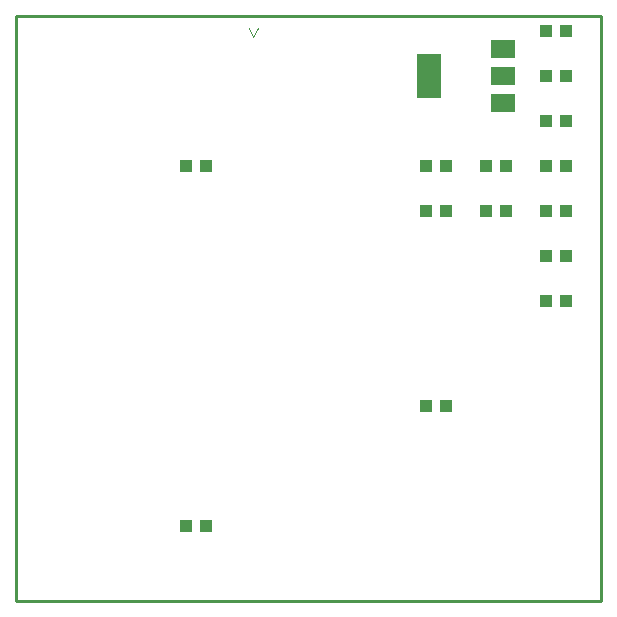
<source format=gtp>
G75*
G70*
%OFA0B0*%
%FSLAX24Y24*%
%IPPOS*%
%LPD*%
%AMOC8*
5,1,8,0,0,1.08239X$1,22.5*
%
%ADD10C,0.0100*%
%ADD11C,0.0040*%
%ADD12R,0.0787X0.0591*%
%ADD13R,0.0787X0.1496*%
%ADD14R,0.0433X0.0433*%
%ADD15R,0.0433X0.0394*%
%ADD16R,0.0394X0.0433*%
D10*
X002681Y002681D02*
X022181Y002681D01*
X022181Y022181D01*
X002681Y022181D01*
X002681Y002681D01*
D11*
X010581Y021465D02*
X010735Y021772D01*
X010428Y021772D02*
X010581Y021465D01*
D12*
X018921Y021086D03*
X018921Y020181D03*
X018921Y019275D03*
D13*
X016441Y020181D03*
D14*
X016346Y017181D03*
X017016Y017181D03*
X020346Y017181D03*
X021016Y017181D03*
X021016Y015681D03*
X020346Y015681D03*
X020346Y014181D03*
X021016Y014181D03*
X021016Y018681D03*
X020346Y018681D03*
X020346Y021681D03*
X021016Y021681D03*
X009016Y005181D03*
X008346Y005181D03*
D15*
X016346Y009181D03*
X017016Y009181D03*
X020346Y020181D03*
X021016Y020181D03*
D16*
X019016Y017181D03*
X018346Y017181D03*
X018346Y015681D03*
X019016Y015681D03*
X017016Y015681D03*
X016346Y015681D03*
X020346Y012681D03*
X021016Y012681D03*
X009016Y017181D03*
X008346Y017181D03*
M02*

</source>
